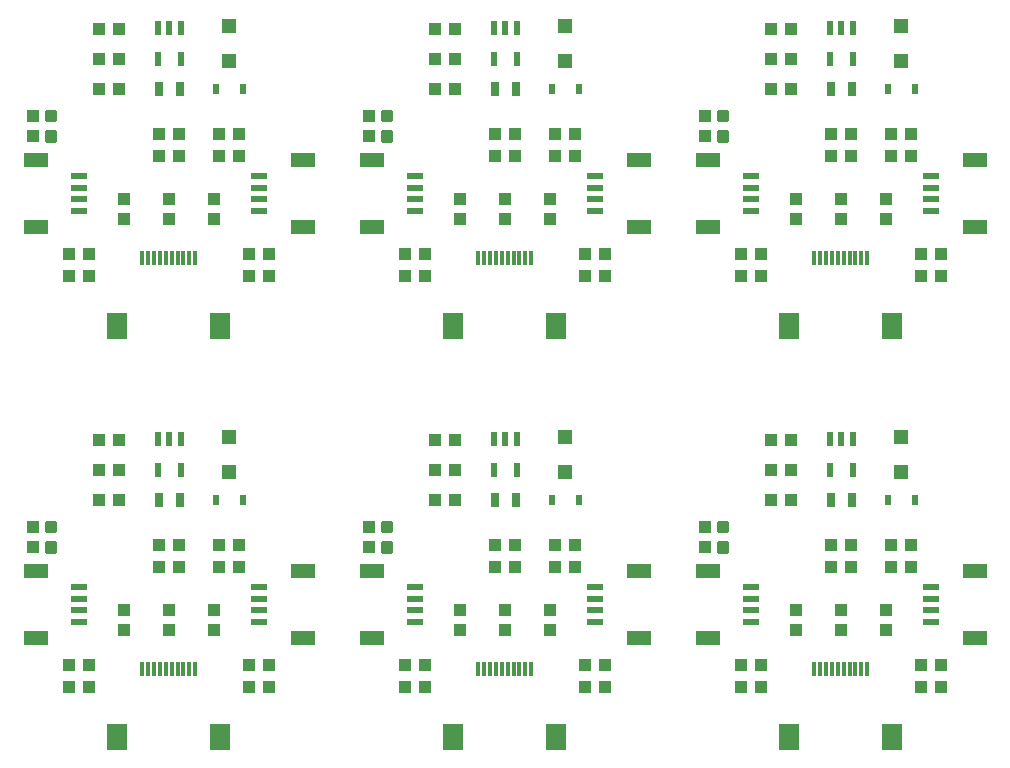
<source format=gtp>
G75*
%MOIN*%
%OFA0B0*%
%FSLAX25Y25*%
%IPPOS*%
%LPD*%
%AMOC8*
5,1,8,0,0,1.08239X$1,22.5*
%
%ADD10R,0.04331X0.03937*%
%ADD11R,0.03937X0.04331*%
%ADD12R,0.07874X0.04724*%
%ADD13R,0.05315X0.02362*%
%ADD14R,0.01181X0.05118*%
%ADD15R,0.07087X0.08661*%
%ADD16C,0.01181*%
%ADD17R,0.02165X0.04724*%
%ADD18R,0.03150X0.04724*%
%ADD19R,0.02480X0.03268*%
%ADD20R,0.05118X0.05118*%
D10*
X0055404Y0051000D03*
X0062096Y0051000D03*
X0062096Y0058500D03*
X0055404Y0058500D03*
X0085404Y0091000D03*
X0092096Y0091000D03*
X0092096Y0098500D03*
X0085404Y0098500D03*
X0105404Y0098500D03*
X0112096Y0098500D03*
X0112096Y0091000D03*
X0105404Y0091000D03*
X0072096Y0113500D03*
X0065404Y0113500D03*
X0065404Y0123500D03*
X0072096Y0123500D03*
X0072096Y0133500D03*
X0065404Y0133500D03*
X0062096Y0188000D03*
X0055404Y0188000D03*
X0055404Y0195500D03*
X0062096Y0195500D03*
X0085404Y0228000D03*
X0092096Y0228000D03*
X0092096Y0235500D03*
X0085404Y0235500D03*
X0105404Y0235500D03*
X0112096Y0235500D03*
X0112096Y0228000D03*
X0105404Y0228000D03*
X0072096Y0250500D03*
X0065404Y0250500D03*
X0065404Y0260500D03*
X0072096Y0260500D03*
X0072096Y0270500D03*
X0065404Y0270500D03*
X0115404Y0195500D03*
X0122096Y0195500D03*
X0122096Y0188000D03*
X0115404Y0188000D03*
X0167404Y0188000D03*
X0174096Y0188000D03*
X0174096Y0195500D03*
X0167404Y0195500D03*
X0197404Y0228000D03*
X0204096Y0228000D03*
X0204096Y0235500D03*
X0197404Y0235500D03*
X0217404Y0235500D03*
X0224096Y0235500D03*
X0224096Y0228000D03*
X0217404Y0228000D03*
X0184096Y0250500D03*
X0177404Y0250500D03*
X0177404Y0260500D03*
X0184096Y0260500D03*
X0184096Y0270500D03*
X0177404Y0270500D03*
X0227404Y0195500D03*
X0234096Y0195500D03*
X0234096Y0188000D03*
X0227404Y0188000D03*
X0279404Y0188000D03*
X0286096Y0188000D03*
X0286096Y0195500D03*
X0279404Y0195500D03*
X0309404Y0228000D03*
X0316096Y0228000D03*
X0316096Y0235500D03*
X0309404Y0235500D03*
X0329404Y0235500D03*
X0336096Y0235500D03*
X0336096Y0228000D03*
X0329404Y0228000D03*
X0296096Y0250500D03*
X0289404Y0250500D03*
X0289404Y0260500D03*
X0296096Y0260500D03*
X0296096Y0270500D03*
X0289404Y0270500D03*
X0339404Y0195500D03*
X0346096Y0195500D03*
X0346096Y0188000D03*
X0339404Y0188000D03*
X0296096Y0133500D03*
X0289404Y0133500D03*
X0289404Y0123500D03*
X0296096Y0123500D03*
X0296096Y0113500D03*
X0289404Y0113500D03*
X0309404Y0098500D03*
X0316096Y0098500D03*
X0316096Y0091000D03*
X0309404Y0091000D03*
X0329404Y0091000D03*
X0336096Y0091000D03*
X0336096Y0098500D03*
X0329404Y0098500D03*
X0339404Y0058500D03*
X0346096Y0058500D03*
X0346096Y0051000D03*
X0339404Y0051000D03*
X0286096Y0051000D03*
X0279404Y0051000D03*
X0279404Y0058500D03*
X0286096Y0058500D03*
X0234096Y0058500D03*
X0227404Y0058500D03*
X0227404Y0051000D03*
X0234096Y0051000D03*
X0224096Y0091000D03*
X0217404Y0091000D03*
X0217404Y0098500D03*
X0224096Y0098500D03*
X0204096Y0098500D03*
X0197404Y0098500D03*
X0197404Y0091000D03*
X0204096Y0091000D03*
X0184096Y0113500D03*
X0177404Y0113500D03*
X0177404Y0123500D03*
X0184096Y0123500D03*
X0184096Y0133500D03*
X0177404Y0133500D03*
X0174096Y0058500D03*
X0167404Y0058500D03*
X0167404Y0051000D03*
X0174096Y0051000D03*
X0122096Y0051000D03*
X0115404Y0051000D03*
X0115404Y0058500D03*
X0122096Y0058500D03*
D11*
X0103750Y0070154D03*
X0103750Y0076846D03*
X0088750Y0076846D03*
X0088750Y0070154D03*
X0073750Y0070154D03*
X0073750Y0076846D03*
X0043474Y0097594D03*
X0043474Y0104287D03*
X0155474Y0104287D03*
X0155474Y0097594D03*
X0185750Y0076846D03*
X0185750Y0070154D03*
X0200750Y0070154D03*
X0200750Y0076846D03*
X0215750Y0076846D03*
X0215750Y0070154D03*
X0267474Y0097594D03*
X0267474Y0104287D03*
X0297750Y0076846D03*
X0297750Y0070154D03*
X0312750Y0070154D03*
X0312750Y0076846D03*
X0327750Y0076846D03*
X0327750Y0070154D03*
X0327750Y0207154D03*
X0327750Y0213846D03*
X0312750Y0213846D03*
X0312750Y0207154D03*
X0297750Y0207154D03*
X0297750Y0213846D03*
X0267474Y0234594D03*
X0267474Y0241287D03*
X0215750Y0213846D03*
X0215750Y0207154D03*
X0200750Y0207154D03*
X0200750Y0213846D03*
X0185750Y0213846D03*
X0185750Y0207154D03*
X0155474Y0234594D03*
X0155474Y0241287D03*
X0103750Y0213846D03*
X0103750Y0207154D03*
X0088750Y0207154D03*
X0088750Y0213846D03*
X0073750Y0213846D03*
X0073750Y0207154D03*
X0043474Y0234594D03*
X0043474Y0241287D03*
D12*
X0044281Y0226524D03*
X0044281Y0204476D03*
X0133219Y0204476D03*
X0156281Y0204476D03*
X0156281Y0226524D03*
X0133219Y0226524D03*
X0245219Y0226524D03*
X0268281Y0226524D03*
X0268281Y0204476D03*
X0245219Y0204476D03*
X0357219Y0204476D03*
X0357219Y0226524D03*
X0357219Y0089524D03*
X0357219Y0067476D03*
X0268281Y0067476D03*
X0245219Y0067476D03*
X0245219Y0089524D03*
X0268281Y0089524D03*
X0156281Y0089524D03*
X0133219Y0089524D03*
X0133219Y0067476D03*
X0156281Y0067476D03*
X0044281Y0067476D03*
X0044281Y0089524D03*
D13*
X0058750Y0084406D03*
X0058750Y0080469D03*
X0058750Y0076531D03*
X0058750Y0072594D03*
X0118750Y0072594D03*
X0118750Y0076531D03*
X0118750Y0080469D03*
X0118750Y0084406D03*
X0170750Y0084406D03*
X0170750Y0080469D03*
X0170750Y0076531D03*
X0170750Y0072594D03*
X0230750Y0072594D03*
X0230750Y0076531D03*
X0230750Y0080469D03*
X0230750Y0084406D03*
X0282750Y0084406D03*
X0282750Y0080469D03*
X0282750Y0076531D03*
X0282750Y0072594D03*
X0342750Y0072594D03*
X0342750Y0076531D03*
X0342750Y0080469D03*
X0342750Y0084406D03*
X0342750Y0209594D03*
X0342750Y0213531D03*
X0342750Y0217469D03*
X0342750Y0221406D03*
X0282750Y0221406D03*
X0282750Y0217469D03*
X0282750Y0213531D03*
X0282750Y0209594D03*
X0230750Y0209594D03*
X0230750Y0213531D03*
X0230750Y0217469D03*
X0230750Y0221406D03*
X0170750Y0221406D03*
X0170750Y0217469D03*
X0170750Y0213531D03*
X0170750Y0209594D03*
X0118750Y0209594D03*
X0118750Y0213531D03*
X0118750Y0217469D03*
X0118750Y0221406D03*
X0058750Y0221406D03*
X0058750Y0217469D03*
X0058750Y0213531D03*
X0058750Y0209594D03*
D14*
X0079695Y0193886D03*
X0081663Y0193886D03*
X0083632Y0193886D03*
X0085600Y0193886D03*
X0087569Y0193886D03*
X0089537Y0193886D03*
X0091506Y0193886D03*
X0093474Y0193886D03*
X0095443Y0193886D03*
X0097411Y0193886D03*
X0191695Y0193886D03*
X0193663Y0193886D03*
X0195632Y0193886D03*
X0197600Y0193886D03*
X0199569Y0193886D03*
X0201537Y0193886D03*
X0203506Y0193886D03*
X0205474Y0193886D03*
X0207443Y0193886D03*
X0209411Y0193886D03*
X0303695Y0193886D03*
X0305663Y0193886D03*
X0307632Y0193886D03*
X0309600Y0193886D03*
X0311569Y0193886D03*
X0313537Y0193886D03*
X0315506Y0193886D03*
X0317474Y0193886D03*
X0319443Y0193886D03*
X0321411Y0193886D03*
X0321411Y0056886D03*
X0319443Y0056886D03*
X0317474Y0056886D03*
X0315506Y0056886D03*
X0313537Y0056886D03*
X0311569Y0056886D03*
X0309600Y0056886D03*
X0307632Y0056886D03*
X0305663Y0056886D03*
X0303695Y0056886D03*
X0209411Y0056886D03*
X0207443Y0056886D03*
X0205474Y0056886D03*
X0203506Y0056886D03*
X0201537Y0056886D03*
X0199569Y0056886D03*
X0197600Y0056886D03*
X0195632Y0056886D03*
X0193663Y0056886D03*
X0191695Y0056886D03*
X0097411Y0056886D03*
X0095443Y0056886D03*
X0093474Y0056886D03*
X0091506Y0056886D03*
X0089537Y0056886D03*
X0087569Y0056886D03*
X0085600Y0056886D03*
X0083632Y0056886D03*
X0081663Y0056886D03*
X0079695Y0056886D03*
D15*
X0071427Y0034445D03*
X0105679Y0034445D03*
X0183427Y0034445D03*
X0217679Y0034445D03*
X0295427Y0034445D03*
X0329679Y0034445D03*
X0329679Y0171445D03*
X0295427Y0171445D03*
X0217679Y0171445D03*
X0183427Y0171445D03*
X0105679Y0171445D03*
X0071427Y0171445D03*
D16*
X0050758Y0235866D02*
X0048002Y0235866D01*
X0050758Y0235866D02*
X0050758Y0233110D01*
X0048002Y0233110D01*
X0048002Y0235866D01*
X0048002Y0234232D02*
X0050758Y0234232D01*
X0050758Y0235354D02*
X0048002Y0235354D01*
X0048002Y0242772D02*
X0050758Y0242772D01*
X0050758Y0240016D01*
X0048002Y0240016D01*
X0048002Y0242772D01*
X0048002Y0241138D02*
X0050758Y0241138D01*
X0050758Y0242260D02*
X0048002Y0242260D01*
X0160002Y0242772D02*
X0162758Y0242772D01*
X0162758Y0240016D01*
X0160002Y0240016D01*
X0160002Y0242772D01*
X0160002Y0241138D02*
X0162758Y0241138D01*
X0162758Y0242260D02*
X0160002Y0242260D01*
X0160002Y0235866D02*
X0162758Y0235866D01*
X0162758Y0233110D01*
X0160002Y0233110D01*
X0160002Y0235866D01*
X0160002Y0234232D02*
X0162758Y0234232D01*
X0162758Y0235354D02*
X0160002Y0235354D01*
X0272002Y0235866D02*
X0274758Y0235866D01*
X0274758Y0233110D01*
X0272002Y0233110D01*
X0272002Y0235866D01*
X0272002Y0234232D02*
X0274758Y0234232D01*
X0274758Y0235354D02*
X0272002Y0235354D01*
X0272002Y0242772D02*
X0274758Y0242772D01*
X0274758Y0240016D01*
X0272002Y0240016D01*
X0272002Y0242772D01*
X0272002Y0241138D02*
X0274758Y0241138D01*
X0274758Y0242260D02*
X0272002Y0242260D01*
X0272002Y0105772D02*
X0274758Y0105772D01*
X0274758Y0103016D01*
X0272002Y0103016D01*
X0272002Y0105772D01*
X0272002Y0104138D02*
X0274758Y0104138D01*
X0274758Y0105260D02*
X0272002Y0105260D01*
X0272002Y0098866D02*
X0274758Y0098866D01*
X0274758Y0096110D01*
X0272002Y0096110D01*
X0272002Y0098866D01*
X0272002Y0097232D02*
X0274758Y0097232D01*
X0274758Y0098354D02*
X0272002Y0098354D01*
X0162758Y0098866D02*
X0160002Y0098866D01*
X0162758Y0098866D02*
X0162758Y0096110D01*
X0160002Y0096110D01*
X0160002Y0098866D01*
X0160002Y0097232D02*
X0162758Y0097232D01*
X0162758Y0098354D02*
X0160002Y0098354D01*
X0160002Y0105772D02*
X0162758Y0105772D01*
X0162758Y0103016D01*
X0160002Y0103016D01*
X0160002Y0105772D01*
X0160002Y0104138D02*
X0162758Y0104138D01*
X0162758Y0105260D02*
X0160002Y0105260D01*
X0050758Y0105772D02*
X0048002Y0105772D01*
X0050758Y0105772D02*
X0050758Y0103016D01*
X0048002Y0103016D01*
X0048002Y0105772D01*
X0048002Y0104138D02*
X0050758Y0104138D01*
X0050758Y0105260D02*
X0048002Y0105260D01*
X0048002Y0098866D02*
X0050758Y0098866D01*
X0050758Y0096110D01*
X0048002Y0096110D01*
X0048002Y0098866D01*
X0048002Y0097232D02*
X0050758Y0097232D01*
X0050758Y0098354D02*
X0048002Y0098354D01*
D17*
X0085010Y0123381D03*
X0092490Y0123381D03*
X0092490Y0133619D03*
X0088750Y0133619D03*
X0085010Y0133619D03*
X0197010Y0133619D03*
X0200750Y0133619D03*
X0204490Y0133619D03*
X0204490Y0123381D03*
X0197010Y0123381D03*
X0309010Y0123381D03*
X0316490Y0123381D03*
X0316490Y0133619D03*
X0312750Y0133619D03*
X0309010Y0133619D03*
X0309010Y0260381D03*
X0316490Y0260381D03*
X0316490Y0270619D03*
X0312750Y0270619D03*
X0309010Y0270619D03*
X0204490Y0270619D03*
X0200750Y0270619D03*
X0197010Y0270619D03*
X0197010Y0260381D03*
X0204490Y0260381D03*
X0092490Y0260381D03*
X0085010Y0260381D03*
X0085010Y0270619D03*
X0088750Y0270619D03*
X0092490Y0270619D03*
D18*
X0092293Y0250500D03*
X0085207Y0250500D03*
X0197207Y0250500D03*
X0204293Y0250500D03*
X0309207Y0250500D03*
X0316293Y0250500D03*
X0316293Y0113500D03*
X0309207Y0113500D03*
X0204293Y0113500D03*
X0197207Y0113500D03*
X0092293Y0113500D03*
X0085207Y0113500D03*
D19*
X0104222Y0113500D03*
X0113278Y0113500D03*
X0216222Y0113500D03*
X0225278Y0113500D03*
X0328222Y0113500D03*
X0337278Y0113500D03*
X0337278Y0250500D03*
X0328222Y0250500D03*
X0225278Y0250500D03*
X0216222Y0250500D03*
X0113278Y0250500D03*
X0104222Y0250500D03*
D20*
X0108750Y0259594D03*
X0108750Y0271406D03*
X0220750Y0271406D03*
X0220750Y0259594D03*
X0332750Y0259594D03*
X0332750Y0271406D03*
X0332750Y0134406D03*
X0332750Y0122594D03*
X0220750Y0122594D03*
X0220750Y0134406D03*
X0108750Y0134406D03*
X0108750Y0122594D03*
M02*

</source>
